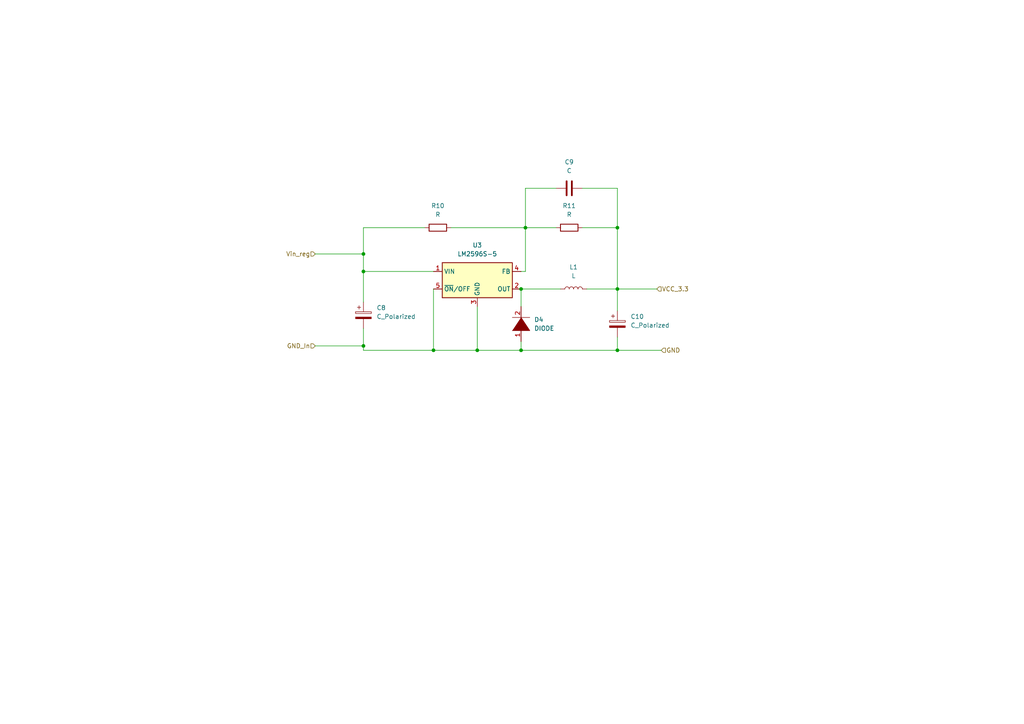
<source format=kicad_sch>
(kicad_sch (version 20211123) (generator eeschema)
  (paper "A4")
  (lib_symbols
    (symbol "Device:C" (pin_numbers hide) (pin_names (offset 0.254))
      (property "Reference" "C" (at 0.635 2.54 0))
      (property "Value" "C" (at 0.635 -2.54 0))
      (symbol "C_0_1"
        (polyline (pts (xy -2.032 -0.762) (xy 2.032 -0.762)) (stroke (width 0.508)))
        (polyline (pts (xy -2.032 0.762) (xy 2.032 0.762)) (stroke (width 0.508)))
      )
      (symbol "C_1_1"
        (pin passive line (at 0 3.81 270) (length 2.794) (name "~") (number "1"))
        (pin passive line (at 0 -3.81 90) (length 2.794) (name "~") (number "2"))
      )
    )
    (symbol "Device:C_Polarized" (pin_numbers hide) (pin_names (offset 0.254))
      (property "Reference" "C" (at 0.635 2.54 0))
      (property "Value" "C_Polarized" (at 0.635 -2.54 0))
      (symbol "C_Polarized_0_1"
        (rectangle (start -2.286 0.508) (end 2.286 1.016))
        (polyline (pts (xy -1.778 2.286) (xy -0.762 2.286)))
        (polyline (pts (xy -1.27 2.794) (xy -1.27 1.778)))
        (rectangle (start 2.286 -0.508) (end -2.286 -1.016) (fill (type outline)))
      )
      (symbol "C_Polarized_1_1"
        (pin passive line (at 0 3.81 270) (length 2.794) (name "~") (number "1"))
        (pin passive line (at 0 -3.81 90) (length 2.794) (name "~") (number "2"))
      )
    )
    (symbol "Device:L" (pin_numbers hide) (pin_names (offset 1.016) hide)
      (property "Reference" "L" (at -1.27 0 90))
      (property "Value" "L" (at 1.905 0 90))
      (symbol "L_0_1"
        (arc (start 0 -2.54) (mid 0.635 -1.905) (end 0 -1.27))
        (arc (start 0 -1.27) (mid 0.635 -0.635) (end 0 0))
        (arc (start 0 0) (mid 0.635 0.635) (end 0 1.27))
        (arc (start 0 1.27) (mid 0.635 1.905) (end 0 2.54))
      )
      (symbol "L_1_1"
        (pin passive line (at 0 3.81 270) (length 1.27) (name "1") (number "1"))
        (pin passive line (at 0 -3.81 90) (length 1.27) (name "2") (number "2"))
      )
    )
    (symbol "Device:R" (pin_numbers hide) (pin_names (offset 0))
      (property "Reference" "R" (at 2.032 0 90))
      (property "Value" "R" (at 0 0 90))
      (symbol "R_0_1"
        (rectangle (start -1.016 -2.54) (end 1.016 2.54) (stroke (width 0.254)))
      )
      (symbol "R_1_1"
        (pin passive line (at 0 3.81 270) (length 1.27) (name "~") (number "1"))
        (pin passive line (at 0 -3.81 90) (length 1.27) (name "~") (number "2"))
      )
    )
    (symbol "Regulator_Switching:LM2596S-5"
      (property "Reference" "U" (at -10.16 6.35 0))
      (property "Value" "LM2596S-5" (at 0 6.35 0))
      (symbol "LM2596S-5_0_1"
        (rectangle (start -10.16 5.08) (end 10.16 -5.08) (stroke (width 0.254)) (fill (type background)))
      )
      (symbol "LM2596S-5_1_1"
        (pin power_in line (at -12.7 2.54 0) (length 2.54) (name "VIN") (number "1"))
        (pin output line (at 12.7 -2.54 180) (length 2.54) (name "OUT") (number "2"))
        (pin power_in line (at 0 -7.62 90) (length 2.54) (name "GND") (number "3"))
        (pin input line (at 12.7 2.54 180) (length 2.54) (name "FB") (number "4"))
        (pin input line (at -12.7 -2.54 0) (length 2.54) (name "~{ON}/OFF") (number "5"))
      )
    )
    (symbol "pspice:DIODE" (pin_names (offset 1.016) hide)
      (property "Reference" "D" (at 0 3.81 0))
      (property "Value" "DIODE" (at 0 -4.445 0))
      (symbol "DIODE_0_1"
        (polyline (pts (xy 1.905 2.54) (xy 1.905 -2.54)))
        (polyline (pts (xy -1.905 2.54) (xy -1.905 -2.54) (xy 1.905 0)) (fill (type outline)))
      )
      (symbol "DIODE_1_1"
        (pin input line (at -5.08 0 0) (length 3.81) (name "K") (number "1"))
        (pin input line (at 5.08 0 180) (length 3.81) (name "A") (number "2"))
      )
    )
  )
  (junction (at 105.41 100.33))
  (junction (at 105.41 78.74))
  (junction (at 179.07 83.82))
  (junction (at 151.13 101.6))
  (junction (at 105.41 73.66))
  (junction (at 138.43 101.6))
  (junction (at 125.73 101.6))
  (junction (at 179.07 66.04))
  (junction (at 179.07 101.6))
  (junction (at 151.13 83.82))
  (junction (at 152.4 66.04))
  (wire (pts (xy 161.29 54.61) (xy 152.4 54.61)))
  (wire (pts (xy 179.07 54.61) (xy 179.07 66.04)))
  (wire (pts (xy 152.4 66.04) (xy 161.29 66.04)))
  (wire (pts (xy 151.13 88.9) (xy 151.13 83.82)))
  (wire (pts (xy 105.41 101.6) (xy 125.73 101.6)))
  (wire (pts (xy 168.91 54.61) (xy 179.07 54.61)))
  (wire (pts (xy 179.07 101.6) (xy 179.07 97.79)))
  (wire (pts (xy 151.13 78.74) (xy 152.4 78.74)))
  (wire (pts (xy 151.13 83.82) (xy 162.56 83.82)))
  (wire (pts (xy 125.73 78.74) (xy 105.41 78.74)))
  (wire (pts (xy 168.91 66.04) (xy 179.07 66.04)))
  (wire (pts (xy 179.07 83.82) (xy 179.07 90.17)))
  (wire (pts (xy 105.41 73.66) (xy 105.41 78.74)))
  (wire (pts (xy 91.44 73.66) (xy 105.41 73.66)))
  (wire (pts (xy 138.43 101.6) (xy 151.13 101.6)))
  (wire (pts (xy 105.41 66.04) (xy 105.41 73.66)))
  (wire (pts (xy 152.4 66.04) (xy 152.4 78.74)))
  (wire (pts (xy 170.18 83.82) (xy 179.07 83.82)))
  (wire (pts (xy 130.81 66.04) (xy 152.4 66.04)))
  (wire (pts (xy 91.44 100.33) (xy 105.41 100.33)))
  (wire (pts (xy 105.41 78.74) (xy 105.41 87.63)))
  (wire (pts (xy 125.73 83.82) (xy 125.73 101.6)))
  (wire (pts (xy 151.13 101.6) (xy 151.13 99.06)))
  (wire (pts (xy 138.43 101.6) (xy 138.43 88.9)))
  (wire (pts (xy 151.13 101.6) (xy 179.07 101.6)))
  (wire (pts (xy 105.41 100.33) (xy 105.41 101.6)))
  (wire (pts (xy 105.41 95.25) (xy 105.41 100.33)))
  (wire (pts (xy 179.07 101.6) (xy 191.77 101.6)))
  (wire (pts (xy 179.07 83.82) (xy 190.5 83.82)))
  (wire (pts (xy 179.07 66.04) (xy 179.07 83.82)))
  (wire (pts (xy 123.19 66.04) (xy 105.41 66.04)))
  (wire (pts (xy 125.73 101.6) (xy 138.43 101.6)))
  (wire (pts (xy 152.4 54.61) (xy 152.4 66.04)))
  (hierarchical_label "Vin_reg" (shape input) (at 91.44 73.66 180))
  (hierarchical_label "GND_In" (shape input) (at 91.44 100.33 180))
  (hierarchical_label "VCC_3.3" (shape input) (at 190.5 83.82 0))
  (hierarchical_label "GND" (shape input) (at 191.77 101.6 0))
  (symbol (lib_id "Device:L") (at 166.37 83.82 90) (unit 1)
    (property "Reference" "L1" (at 166.37 77.47 90))
    (property "Value" "L" (at 166.37 80.01 90))
    (property "Footprint" "Inductor_SMD:L_Neosid_SM-PIC0612H" (effects hide))
  )
  (symbol (lib_id "Device:R") (at 127 66.04 90) (unit 1)
    (property "Reference" "R10" (at 127 59.69 90))
    (property "Value" "R" (at 127 62.23 90))
    (property "Footprint" "Resistor_SMD:R_0805_2012Metric_Pad1.20x1.40mm_HandSolder" (effects hide))
  )
  (symbol (lib_id "Regulator_Switching:LM2596S-5") (at 138.43 81.28 0) (unit 1)
    (property "Reference" "U3" (at 138.43 71.12 0))
    (property "Value" "LM2596S-5" (at 138.43 73.66 0))
    (property "Footprint" "Package_TO_SOT_SMD:TO-263-5_TabPin3" (effects hide))
    (property "Datasheet" "http://www.ti.com/lit/ds/symlink/lm2596.pdf" (effects hide))
  )
  (symbol (lib_id "Device:C_Polarized") (at 179.07 93.98 0) (unit 1)
    (property "Reference" "C10" (at 182.88 91.8209 0) (effects (justify left)))
    (property "Value" "C_Polarized" (at 182.88 94.3609 0) (effects (justify left)))
    (property "Footprint" "Capacitor_SMD:CP_Elec_8x6.9" (effects hide))
  )
  (symbol (lib_id "Device:R") (at 165.1 66.04 90) (unit 1)
    (property "Reference" "R11" (at 165.1 59.69 90))
    (property "Value" "R" (at 165.1 62.23 90))
    (property "Footprint" "Resistor_SMD:R_0805_2012Metric_Pad1.20x1.40mm_HandSolder" (effects hide))
  )
  (symbol (lib_id "pspice:DIODE") (at 151.13 93.98 90) (unit 1)
    (property "Reference" "D4" (at 154.94 92.7099 90) (effects (justify right)))
    (property "Value" "DIODE" (at 154.94 95.2499 90) (effects (justify right)))
    (property "Footprint" "Resistor_SMD:R_4020_10251Metric_Pad1.65x5.30mm_HandSolder" (effects hide))
  )
  (symbol (lib_id "Device:C") (at 165.1 54.61 90) (unit 1)
    (property "Reference" "C9" (at 165.1 46.99 90))
    (property "Value" "C" (at 165.1 49.53 90))
    (property "Footprint" "Capacitor_SMD:C_0805_2012Metric_Pad1.18x1.45mm_HandSolder" (effects hide))
  )
  (symbol (lib_id "Device:C_Polarized") (at 105.41 91.44 0) (unit 1)
    (property "Reference" "C8" (at 109.22 89.2809 0) (effects (justify left)))
    (property "Value" "C_Polarized" (at 109.22 91.8209 0) (effects (justify left)))
    (property "Footprint" "Capacitor_SMD:CP_Elec_8x6.9" (effects hide))
  )
)
</source>
